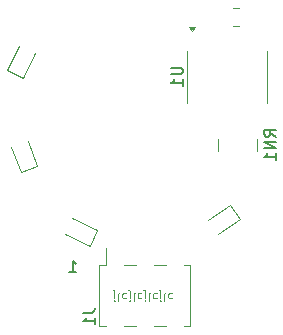
<source format=gbr>
G04 #@! TF.GenerationSoftware,KiCad,Pcbnew,9.0.2*
G04 #@! TF.CreationDate,2025-06-24T15:09:58-05:00*
G04 #@! TF.ProjectId,KokiriEmerald,4b6f6b69-7269-4456-9d65-72616c642e6b,rev?*
G04 #@! TF.SameCoordinates,Original*
G04 #@! TF.FileFunction,Legend,Bot*
G04 #@! TF.FilePolarity,Positive*
%FSLAX46Y46*%
G04 Gerber Fmt 4.6, Leading zero omitted, Abs format (unit mm)*
G04 Created by KiCad (PCBNEW 9.0.2) date 2025-06-24 15:09:58*
%MOMM*%
%LPD*%
G01*
G04 APERTURE LIST*
%ADD10C,0.150000*%
%ADD11C,0.100000*%
%ADD12C,0.120000*%
G04 APERTURE END LIST*
D10*
X106804285Y-101704819D02*
X107375713Y-101704819D01*
X107089999Y-101704819D02*
X107089999Y-100704819D01*
X107089999Y-100704819D02*
X107185237Y-100847676D01*
X107185237Y-100847676D02*
X107280475Y-100942914D01*
X107280475Y-100942914D02*
X107375713Y-100990533D01*
D11*
X110626666Y-103908033D02*
X110626666Y-103308033D01*
X110626666Y-103308033D02*
X110593333Y-103241366D01*
X110593333Y-103241366D02*
X110526666Y-103208033D01*
X110526666Y-103208033D02*
X110493333Y-103208033D01*
X110626666Y-104141366D02*
X110593333Y-104108033D01*
X110593333Y-104108033D02*
X110626666Y-104074700D01*
X110626666Y-104074700D02*
X110660000Y-104108033D01*
X110660000Y-104108033D02*
X110626666Y-104141366D01*
X110626666Y-104141366D02*
X110626666Y-104074700D01*
X111059999Y-103441366D02*
X110993333Y-103474700D01*
X110993333Y-103474700D02*
X110959999Y-103541366D01*
X110959999Y-103541366D02*
X110959999Y-104141366D01*
X111626666Y-103474700D02*
X111560000Y-103441366D01*
X111560000Y-103441366D02*
X111426666Y-103441366D01*
X111426666Y-103441366D02*
X111360000Y-103474700D01*
X111360000Y-103474700D02*
X111326666Y-103508033D01*
X111326666Y-103508033D02*
X111293333Y-103574700D01*
X111293333Y-103574700D02*
X111293333Y-103774700D01*
X111293333Y-103774700D02*
X111326666Y-103841366D01*
X111326666Y-103841366D02*
X111360000Y-103874700D01*
X111360000Y-103874700D02*
X111426666Y-103908033D01*
X111426666Y-103908033D02*
X111560000Y-103908033D01*
X111560000Y-103908033D02*
X111626666Y-103874700D01*
X111926666Y-103908033D02*
X111926666Y-103308033D01*
X111926666Y-103308033D02*
X111893333Y-103241366D01*
X111893333Y-103241366D02*
X111826666Y-103208033D01*
X111826666Y-103208033D02*
X111793333Y-103208033D01*
X111926666Y-104141366D02*
X111893333Y-104108033D01*
X111893333Y-104108033D02*
X111926666Y-104074700D01*
X111926666Y-104074700D02*
X111960000Y-104108033D01*
X111960000Y-104108033D02*
X111926666Y-104141366D01*
X111926666Y-104141366D02*
X111926666Y-104074700D01*
X112359999Y-103441366D02*
X112293333Y-103474700D01*
X112293333Y-103474700D02*
X112259999Y-103541366D01*
X112259999Y-103541366D02*
X112259999Y-104141366D01*
X112926666Y-103474700D02*
X112860000Y-103441366D01*
X112860000Y-103441366D02*
X112726666Y-103441366D01*
X112726666Y-103441366D02*
X112660000Y-103474700D01*
X112660000Y-103474700D02*
X112626666Y-103508033D01*
X112626666Y-103508033D02*
X112593333Y-103574700D01*
X112593333Y-103574700D02*
X112593333Y-103774700D01*
X112593333Y-103774700D02*
X112626666Y-103841366D01*
X112626666Y-103841366D02*
X112660000Y-103874700D01*
X112660000Y-103874700D02*
X112726666Y-103908033D01*
X112726666Y-103908033D02*
X112860000Y-103908033D01*
X112860000Y-103908033D02*
X112926666Y-103874700D01*
X113226666Y-103908033D02*
X113226666Y-103308033D01*
X113226666Y-103308033D02*
X113193333Y-103241366D01*
X113193333Y-103241366D02*
X113126666Y-103208033D01*
X113126666Y-103208033D02*
X113093333Y-103208033D01*
X113226666Y-104141366D02*
X113193333Y-104108033D01*
X113193333Y-104108033D02*
X113226666Y-104074700D01*
X113226666Y-104074700D02*
X113260000Y-104108033D01*
X113260000Y-104108033D02*
X113226666Y-104141366D01*
X113226666Y-104141366D02*
X113226666Y-104074700D01*
X113659999Y-103441366D02*
X113593333Y-103474700D01*
X113593333Y-103474700D02*
X113559999Y-103541366D01*
X113559999Y-103541366D02*
X113559999Y-104141366D01*
X114226666Y-103474700D02*
X114160000Y-103441366D01*
X114160000Y-103441366D02*
X114026666Y-103441366D01*
X114026666Y-103441366D02*
X113960000Y-103474700D01*
X113960000Y-103474700D02*
X113926666Y-103508033D01*
X113926666Y-103508033D02*
X113893333Y-103574700D01*
X113893333Y-103574700D02*
X113893333Y-103774700D01*
X113893333Y-103774700D02*
X113926666Y-103841366D01*
X113926666Y-103841366D02*
X113960000Y-103874700D01*
X113960000Y-103874700D02*
X114026666Y-103908033D01*
X114026666Y-103908033D02*
X114160000Y-103908033D01*
X114160000Y-103908033D02*
X114226666Y-103874700D01*
X114526666Y-103908033D02*
X114526666Y-103308033D01*
X114526666Y-103308033D02*
X114493333Y-103241366D01*
X114493333Y-103241366D02*
X114426666Y-103208033D01*
X114426666Y-103208033D02*
X114393333Y-103208033D01*
X114526666Y-104141366D02*
X114493333Y-104108033D01*
X114493333Y-104108033D02*
X114526666Y-104074700D01*
X114526666Y-104074700D02*
X114560000Y-104108033D01*
X114560000Y-104108033D02*
X114526666Y-104141366D01*
X114526666Y-104141366D02*
X114526666Y-104074700D01*
X114959999Y-103441366D02*
X114893333Y-103474700D01*
X114893333Y-103474700D02*
X114859999Y-103541366D01*
X114859999Y-103541366D02*
X114859999Y-104141366D01*
X115526666Y-103474700D02*
X115460000Y-103441366D01*
X115460000Y-103441366D02*
X115326666Y-103441366D01*
X115326666Y-103441366D02*
X115260000Y-103474700D01*
X115260000Y-103474700D02*
X115226666Y-103508033D01*
X115226666Y-103508033D02*
X115193333Y-103574700D01*
X115193333Y-103574700D02*
X115193333Y-103774700D01*
X115193333Y-103774700D02*
X115226666Y-103841366D01*
X115226666Y-103841366D02*
X115260000Y-103874700D01*
X115260000Y-103874700D02*
X115326666Y-103908033D01*
X115326666Y-103908033D02*
X115460000Y-103908033D01*
X115460000Y-103908033D02*
X115526666Y-103874700D01*
D10*
X107994819Y-105116666D02*
X108709104Y-105116666D01*
X108709104Y-105116666D02*
X108851961Y-105069047D01*
X108851961Y-105069047D02*
X108947200Y-104973809D01*
X108947200Y-104973809D02*
X108994819Y-104830952D01*
X108994819Y-104830952D02*
X108994819Y-104735714D01*
X108994819Y-106116666D02*
X108994819Y-105545238D01*
X108994819Y-105830952D02*
X107994819Y-105830952D01*
X107994819Y-105830952D02*
X108137676Y-105735714D01*
X108137676Y-105735714D02*
X108232914Y-105640476D01*
X108232914Y-105640476D02*
X108280533Y-105545238D01*
X124304820Y-90209524D02*
X123828629Y-89876191D01*
X124304820Y-89638096D02*
X123304820Y-89638096D01*
X123304820Y-89638096D02*
X123304820Y-90019048D01*
X123304820Y-90019048D02*
X123352439Y-90114286D01*
X123352439Y-90114286D02*
X123400058Y-90161905D01*
X123400058Y-90161905D02*
X123495296Y-90209524D01*
X123495296Y-90209524D02*
X123638153Y-90209524D01*
X123638153Y-90209524D02*
X123733391Y-90161905D01*
X123733391Y-90161905D02*
X123781010Y-90114286D01*
X123781010Y-90114286D02*
X123828629Y-90019048D01*
X123828629Y-90019048D02*
X123828629Y-89638096D01*
X124304820Y-90638096D02*
X123304820Y-90638096D01*
X123304820Y-90638096D02*
X124304820Y-91209524D01*
X124304820Y-91209524D02*
X123304820Y-91209524D01*
X124304820Y-92209524D02*
X124304820Y-91638096D01*
X124304820Y-91923810D02*
X123304820Y-91923810D01*
X123304820Y-91923810D02*
X123447677Y-91828572D01*
X123447677Y-91828572D02*
X123542915Y-91733334D01*
X123542915Y-91733334D02*
X123590534Y-91638096D01*
X115404819Y-84375595D02*
X116214342Y-84375595D01*
X116214342Y-84375595D02*
X116309580Y-84423214D01*
X116309580Y-84423214D02*
X116357200Y-84470833D01*
X116357200Y-84470833D02*
X116404819Y-84566071D01*
X116404819Y-84566071D02*
X116404819Y-84756547D01*
X116404819Y-84756547D02*
X116357200Y-84851785D01*
X116357200Y-84851785D02*
X116309580Y-84899404D01*
X116309580Y-84899404D02*
X116214342Y-84947023D01*
X116214342Y-84947023D02*
X115404819Y-84947023D01*
X116404819Y-85947023D02*
X116404819Y-85375595D01*
X116404819Y-85661309D02*
X115404819Y-85661309D01*
X115404819Y-85661309D02*
X115547676Y-85566071D01*
X115547676Y-85566071D02*
X115642914Y-85470833D01*
X115642914Y-85470833D02*
X115690533Y-85375595D01*
D12*
X109330000Y-101075000D02*
X109330000Y-106275000D01*
X109330000Y-101075000D02*
X109900000Y-101075000D01*
X109330000Y-106275000D02*
X109900000Y-106275000D01*
X109900000Y-99635000D02*
X109900000Y-101075000D01*
X111420000Y-101075000D02*
X112440000Y-101075000D01*
X111420000Y-106275000D02*
X112440000Y-106275000D01*
X113960000Y-101075000D02*
X114980000Y-101075000D01*
X113960000Y-106275000D02*
X114980000Y-106275000D01*
X116500000Y-101075000D02*
X117070000Y-101075000D01*
X116500000Y-106275000D02*
X117070000Y-106275000D01*
X117070000Y-101075000D02*
X117070000Y-106275000D01*
X101581276Y-84610243D02*
X102546958Y-82539329D01*
X102913548Y-85231491D02*
X101581276Y-84610243D01*
X103879231Y-83160577D02*
X102913548Y-85231491D01*
X118548099Y-97281785D02*
X120419863Y-95971163D01*
X120419863Y-95971163D02*
X121263020Y-97175317D01*
X121263020Y-97175317D02*
X119391256Y-98485937D01*
X107085577Y-97145769D02*
X109156492Y-98111453D01*
X108535244Y-99443725D02*
X106464328Y-98478041D01*
X109156492Y-98111453D02*
X108535244Y-99443725D01*
X102692226Y-93221829D02*
X101910711Y-91074631D01*
X103292057Y-90571861D02*
X104073574Y-92719060D01*
X104073574Y-92719060D02*
X102692226Y-93221829D01*
X119370000Y-90400000D02*
X119370000Y-91400000D01*
X122730000Y-90400000D02*
X122730000Y-91400000D01*
X116765000Y-85137500D02*
X116765000Y-87337500D01*
X116765000Y-85137500D02*
X116765000Y-82937500D01*
X123535000Y-85137500D02*
X123535000Y-87337500D01*
X123535000Y-85137500D02*
X123535000Y-82937500D01*
X117225000Y-81277500D02*
X116985000Y-80947500D01*
X117465000Y-80947500D01*
X117225000Y-81277500D01*
G36*
X117225000Y-81277500D02*
G01*
X116985000Y-80947500D01*
X117465000Y-80947500D01*
X117225000Y-81277500D01*
G37*
X120638748Y-79365000D02*
X121161252Y-79365000D01*
X120638748Y-80835000D02*
X121161252Y-80835000D01*
M02*

</source>
